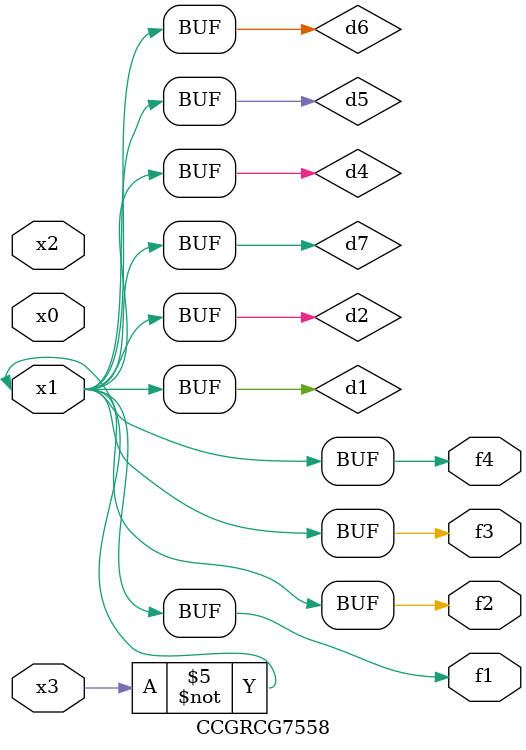
<source format=v>
module CCGRCG7558(
	input x0, x1, x2, x3,
	output f1, f2, f3, f4
);

	wire d1, d2, d3, d4, d5, d6, d7;

	not (d1, x3);
	buf (d2, x1);
	xnor (d3, d1, d2);
	nor (d4, d1);
	buf (d5, d1, d2);
	buf (d6, d4, d5);
	nand (d7, d4);
	assign f1 = d6;
	assign f2 = d7;
	assign f3 = d6;
	assign f4 = d6;
endmodule

</source>
